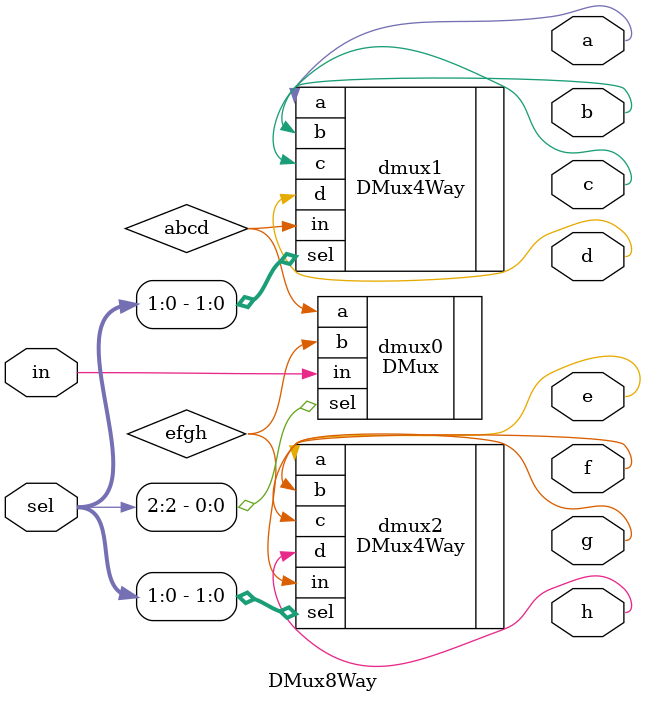
<source format=v>
/**
 * 8-way demultiplexor:
 * {a, b, c, d, e, f, g, h} = {in, 0, 0, 0, 0, 0, 0, 0} if sel == 000
 *                            {0, in, 0, 0, 0, 0, 0, 0} if sel == 001
 *                            etc.
 *                            {0, 0, 0, 0, 0, 0, 0, in} if sel == 111
 */

`default_nettype none
module DMux8Way(
	input in,
	input [2:0] sel,
    output a,
	output b,
	output c,
	output d,
	output e,
	output f,
	output g,
	output h
);
	wire abcd;
	wire efgh;

	DMux dmux0(.in(in), .sel(sel[2]), .a(abcd), .b(efgh));
	DMux4Way dmux1(.in(abcd), .sel(sel[1:0]), .a(a), .b(b), .c(c), .d(d));
	DMux4Way dmux2(.in(efgh), .sel(sel[1:0]), .a(e), .b(f), .c(g), .d(h));

endmodule

</source>
